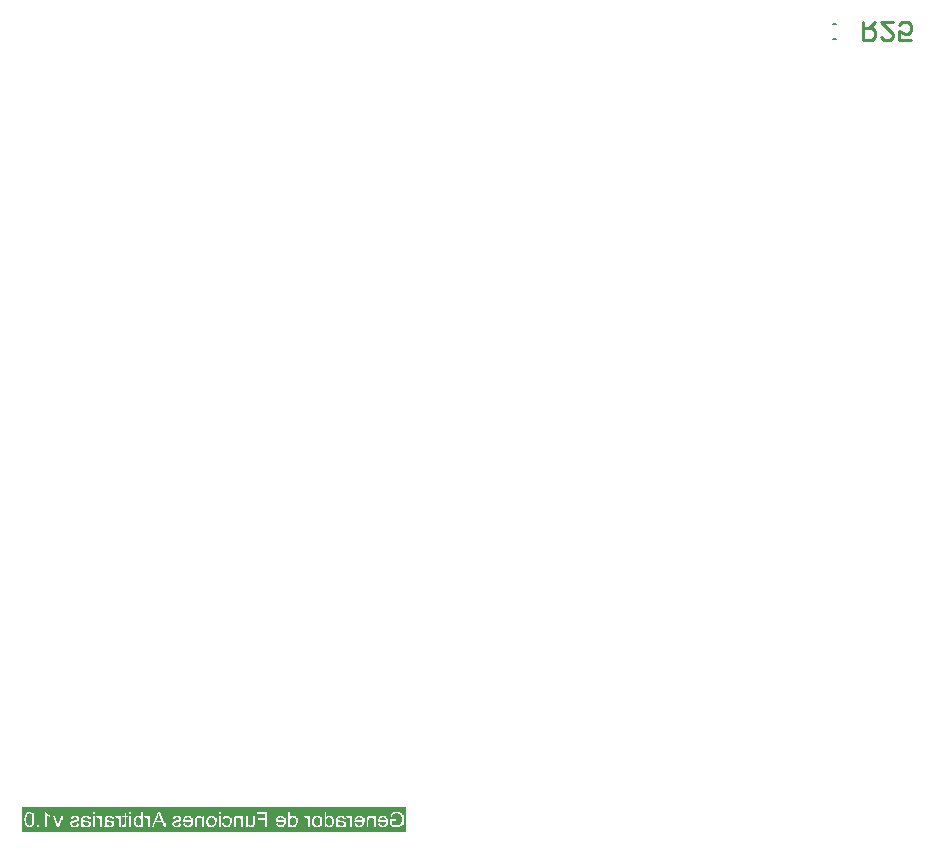
<source format=gbo>
%FSTAX23Y23*%
%MOIN*%
%SFA1B1*%

%IPPOS*%
%ADD10C,0.007870*%
%ADD17C,0.010000*%
%LNpcb_awg-1*%
%LPD*%
G36*
X02234Y00129D02*
Y00047D01*
X00954*
Y00129*
X02234*
G37*
%LNpcb_awg-2*%
%LPC*%
G36*
X01048Y00114D02*
D01*
Y00101*
X01048*
X01048Y00101*
X01048Y00101*
X01047Y00101*
X01047Y00102*
X01046Y00102*
X01045Y00102*
X01044Y00103*
X01042Y00104*
X01041Y00105*
X01039Y00107*
X01039Y00107*
X01039Y00107*
X01039Y00107*
X01038Y00108*
X01037Y00109*
X01036Y0011*
X01035Y00111*
X01034Y00112*
X01034Y00114*
X0103*
Y00063*
X01048*
Y00114*
G37*
G36*
X01305Y00112D02*
D01*
Y00099*
X01301*
Y00108*
X01295Y00112*
Y00099*
X01288*
Y00095*
X01295*
Y00073*
Y00073*
Y00073*
Y00072*
X01294Y00072*
X01294Y00071*
X01294Y0007*
X01294Y0007*
X01294Y0007*
X01294Y00069*
X01294Y00069*
X01293Y00069*
X01293Y00068*
X01293Y00068*
X01292Y00068*
X01291Y00068*
X0129*
X0129Y00068*
X01289*
X01288Y00068*
X01287Y00063*
X01288*
X01288Y00063*
X01288Y00063*
X01289Y00063*
X0129Y00063*
X01291Y00062*
X01292Y00062*
X01287*
X01293*
X01293Y00062*
X01294Y00063*
X01295Y00063*
X01296Y00063*
X01297Y00063*
X01297Y00063*
X01298Y00063*
X01298Y00064*
X01298Y00064*
X01298Y00064*
X01299Y00065*
X01299Y00065*
X013Y00066*
X013Y00066*
Y00066*
X013Y00067*
X013Y00067*
X013Y00068*
X01301Y00069*
X01301Y00069*
X01301Y0007*
Y00071*
X01301Y00072*
Y00073*
Y00074*
Y00095*
X01305*
Y00062*
Y00112*
G37*
G36*
X01357Y00113D02*
X01325D01*
X0135*
Y00095*
X0135Y00095*
X0135Y00096*
X0135Y00096*
X0135Y00096*
X01349Y00096*
X01349Y00097*
X01348Y00098*
X01346Y00099*
X01345Y00099*
X01344Y001*
X01343Y001*
X01342Y001*
X01341Y001*
X0134*
X01339Y001*
X01339Y001*
X01338Y001*
X01336Y001*
X01335Y00099*
X01334Y00099*
X01334Y00099*
X01334Y00099*
X01333Y00098*
X01332Y00098*
X01332Y00097*
X01331Y00097*
X0133Y00096*
X01329Y00095*
X01329Y00095*
X01329Y00095*
X01329Y00094*
X01328Y00093*
X01328Y00093*
X01327Y00092*
X01327Y0009*
X01326Y00089*
X01326Y00089*
X01326Y00088*
X01326Y00088*
X01326Y00087*
X01325Y00086*
X01325Y00085*
X01325Y00083*
X01325Y00082*
Y00081*
X01325Y0008*
X01325Y00079*
X01325Y00078*
X01325Y00077*
X01326Y00076*
X01326Y00074*
X01327Y00073*
X01327Y00072*
X01328Y0007*
X01328Y00069*
X01329Y00068*
X0133Y00067*
X0133Y00067*
X0133Y00067*
X0133Y00067*
X01331Y00066*
X01331Y00066*
X01332Y00065*
X01332Y00065*
X01333Y00065*
X01335Y00064*
X01336Y00063*
X01337Y00062*
X01339Y00062*
X0134Y00062*
X01341Y00062*
X01342*
X01342Y00062*
X01343Y00062*
X01343Y00062*
X01345Y00063*
X01345Y00063*
X01346Y00063*
X01347Y00064*
X01348Y00064*
X01349Y00065*
X0135Y00066*
X0135Y00066*
X01351Y00067*
Y00063*
X01357*
Y00062*
Y00113*
G37*
G36*
X01689Y001D02*
D01*
Y00099*
X01684*
Y00094*
X01684Y00094*
X01684Y00094*
X01684Y00095*
X01683Y00095*
X01683Y00096*
X01682Y00096*
X01682Y00097*
X01681Y00097*
X0168Y00098*
X01679Y00098*
X01678Y00099*
X01677Y00099*
X01676Y001*
X01675Y001*
X01674Y001*
X01672Y001*
X01689*
X0166*
X01672*
X01671Y001*
X0167Y001*
X01669Y001*
X01668Y001*
X01667Y00099*
X01666Y00099*
X01666Y00099*
X01666Y00099*
X01665Y00099*
X01665Y00098*
X01664Y00098*
X01663Y00097*
X01663Y00097*
X01662Y00096*
X01662Y00096*
X01662Y00096*
X01662Y00095*
X01661Y00095*
X01661Y00094*
X01661Y00093*
X0166Y00092*
X0166Y00091*
Y00091*
X0166Y00091*
X0166Y00091*
X0166Y0009*
Y00089*
X0166Y00088*
X0166Y00087*
Y00063*
X01666*
Y00085*
Y00085*
Y00085*
Y00086*
Y00086*
X01666Y00087*
X01666Y00088*
X01666Y00089*
X01667Y0009*
X01667Y00091*
Y00091*
X01667Y00091*
X01667Y00091*
X01667Y00092*
X01668Y00092*
X01668Y00093*
X01669Y00093*
X01669Y00094*
X01669Y00094*
X0167Y00094*
X0167Y00094*
X01671Y00094*
X01671Y00094*
X01672Y00095*
X01673Y00095*
X01674Y00095*
X01674*
X01675Y00095*
X01676Y00095*
X01677Y00094*
X01678Y00094*
X01679Y00093*
X0168Y00092*
X01681Y00092*
X01681Y00092*
X01681Y00091*
X01682Y00091*
X01682Y0009*
X01682Y0009*
X01682Y00089*
X01683Y00088*
X01683Y00087*
X01683Y00086*
X01683Y00085*
X01683Y00084*
Y00083*
Y00063*
X01689*
Y001*
G37*
G36*
X0156D02*
D01*
Y00099*
X01555*
Y00094*
X01555Y00094*
X01554Y00094*
X01554Y00095*
X01554Y00095*
X01553Y00096*
X01553Y00096*
X01552Y00097*
X01552Y00097*
X01551Y00098*
X0155Y00098*
X01549Y00099*
X01548Y00099*
X01547Y001*
X01546Y001*
X01544Y001*
X01543Y001*
X0156*
X01531*
X01542*
X01542Y001*
X01541Y001*
X0154Y001*
X01539Y001*
X01538Y00099*
X01537Y00099*
X01537Y00099*
X01537Y00099*
X01536Y00099*
X01535Y00098*
X01535Y00098*
X01534Y00097*
X01533Y00097*
X01533Y00096*
X01533Y00096*
X01533Y00096*
X01532Y00095*
X01532Y00095*
X01532Y00094*
X01531Y00093*
X01531Y00092*
X01531Y00091*
Y00091*
X01531Y00091*
X01531Y00091*
X01531Y0009*
Y00089*
X01531Y00088*
X01531Y00087*
Y00063*
X01537*
Y00085*
Y00085*
Y00085*
Y00086*
Y00086*
X01537Y00087*
X01537Y00088*
X01537Y00089*
X01537Y0009*
X01538Y00091*
Y00091*
X01538Y00091*
X01538Y00091*
X01538Y00092*
X01538Y00092*
X01539Y00093*
X01539Y00093*
X0154Y00094*
X0154Y00094*
X0154Y00094*
X01541Y00094*
X01541Y00094*
X01542Y00094*
X01543Y00095*
X01543Y00095*
X01544Y00095*
X01545*
X01546Y00095*
X01547Y00095*
X01548Y00094*
X01549Y00094*
X0155Y00093*
X01551Y00092*
X01551Y00092*
X01552Y00092*
X01552Y00091*
X01552Y00091*
X01553Y0009*
X01553Y0009*
X01553Y00089*
X01553Y00088*
X01554Y00087*
X01554Y00086*
X01554Y00085*
X01554Y00084*
Y00083*
Y00063*
X0156*
Y001*
G37*
G36*
X02054D02*
D01*
Y00099*
X02048*
Y00094*
X02048Y00094*
X02048Y00095*
X02047Y00095*
X02047Y00096*
X02046Y00097*
X02045Y00098*
X02045Y00098*
X02044Y00099*
X02044Y00099*
X02044Y00099*
X02043Y00099*
X02043Y001*
X02042Y001*
X02042Y001*
X02041Y001*
X0204Y001*
X02054*
X0204*
X02039Y001*
X02038Y001*
X02037Y001*
X02036Y00099*
X02035Y00099*
X02034Y00098*
X02036Y00093*
X02036Y00093*
X02036Y00093*
X02037Y00093*
X02037Y00093*
X02038Y00093*
X02039Y00094*
X0204Y00094*
X0204Y00094*
X02041*
X02041Y00094*
X02042Y00094*
X02042Y00094*
X02043Y00093*
X02043Y00093*
X02044Y00093*
X02044Y00093*
X02044Y00092*
X02045Y00092*
X02045Y00092*
X02045Y00091*
X02046Y00091*
X02046Y0009*
X02046Y00089*
X02046Y00089*
X02046Y00089*
X02047Y00088*
X02047Y00087*
X02047Y00086*
X02047Y00085*
X02047Y00083*
X02047Y00082*
Y00063*
X02054*
Y001*
G37*
G36*
X01913D02*
D01*
Y00099*
X01907*
Y00094*
X01907Y00094*
X01907Y00094*
X01906Y00095*
X01906Y00096*
X01905Y00097*
X01904Y00098*
X01904Y00098*
X01903Y00099*
X01903Y00099*
X01903Y00099*
X01902Y00099*
X01902Y001*
X01901Y001*
X01901Y001*
X019Y001*
X01899Y001*
X01913*
X01899*
X01898Y001*
X01897Y001*
X01896Y001*
X01895Y00099*
X01894Y00099*
X01893Y00098*
X01895Y00093*
X01895Y00093*
X01895Y00093*
X01896Y00093*
X01896Y00093*
X01897Y00093*
X01898Y00094*
X01899Y00094*
X019Y00094*
X019*
X019Y00094*
X01901Y00094*
X01901Y00094*
X01902Y00093*
X01903Y00093*
X01903Y00093*
X01903Y00093*
X01903Y00092*
X01904Y00092*
X01904Y00092*
X01904Y00091*
X01905Y00091*
X01905Y0009*
X01905Y00089*
X01905Y00089*
X01906Y00089*
X01906Y00088*
X01906Y00087*
X01906Y00086*
X01906Y00085*
X01906Y00083*
X01906Y00082*
Y00063*
X01913*
Y001*
G37*
G36*
X0138D02*
D01*
Y00099*
X01374*
Y00094*
X01374Y00094*
X01374Y00094*
X01374Y00095*
X01373Y00096*
X01373Y00097*
X01372Y00098*
X01371Y00098*
X01371Y00099*
X01371Y00099*
X0137Y00099*
X0137Y00099*
X01369Y001*
X01369Y001*
X01368Y001*
X01367Y001*
X01367Y001*
X0138*
X01366*
X01365Y001*
X01365Y001*
X01364Y001*
X01363Y00099*
X01361Y00099*
X0136Y00098*
X01362Y00093*
X01363Y00093*
X01363Y00093*
X01363Y00093*
X01364Y00093*
X01365Y00093*
X01365Y00094*
X01366Y00094*
X01367Y00094*
X01367*
X01368Y00094*
X01368Y00094*
X01369Y00094*
X01369Y00093*
X0137Y00093*
X01371Y00093*
X01371Y00093*
X01371Y00092*
X01371Y00092*
X01371Y00092*
X01372Y00091*
X01372Y00091*
X01373Y0009*
X01373Y00089*
X01373Y00089*
X01373Y00089*
X01373Y00088*
X01373Y00087*
X01374Y00086*
X01374Y00085*
X01374Y00083*
X01374Y00082*
Y00063*
X0138*
Y001*
G37*
G36*
X01282D02*
D01*
Y00099*
X01277*
Y00094*
X01277Y00094*
X01276Y00094*
X01276Y00095*
X01275Y00096*
X01275Y00097*
X01274Y00098*
X01273Y00098*
X01273Y00099*
X01273Y00099*
X01272Y00099*
X01272Y00099*
X01272Y001*
X01271Y001*
X0127Y001*
X0127Y001*
X01269Y001*
X01268*
X01268Y001*
X01267Y001*
X01266Y001*
X01265Y00099*
X01264Y00099*
X01262Y00098*
X01265Y00093*
X01265Y00093*
X01265Y00093*
X01265Y00093*
X01266Y00093*
X01267Y00093*
X01267Y00094*
X01268Y00094*
X01269Y00094*
X01269*
X0127Y00094*
X0127Y00094*
X01271Y00094*
X01272Y00093*
X01272Y00093*
X01273Y00093*
X01273Y00093*
X01273Y00092*
X01273Y00092*
X01274Y00092*
X01274Y00091*
X01274Y00091*
X01275Y0009*
X01275Y00089*
X01275Y00089*
X01275Y00089*
X01275Y00088*
X01275Y00087*
X01276Y00086*
X01276Y00085*
X01276Y00083*
X01276Y00082*
Y00063*
X01262*
X01282*
Y001*
G37*
G36*
X0122D02*
D01*
Y00099*
X01214*
Y00094*
X01214Y00094*
X01214Y00094*
X01213Y00095*
X01213Y00096*
X01212Y00097*
X01211Y00098*
X01211Y00098*
X0121Y00099*
X0121Y00099*
X0121Y00099*
X01209Y00099*
X01209Y001*
X01208Y001*
X01208Y001*
X01207Y001*
X01206Y001*
X0122*
X012*
X01206*
X01205Y001*
X01204Y001*
X01203Y001*
X01202Y00099*
X01201Y00099*
X012Y00098*
X01202Y00093*
X01202Y00093*
X01202Y00093*
X01203Y00093*
X01203Y00093*
X01204Y00093*
X01205Y00094*
X01206Y00094*
X01207Y00094*
X01207*
X01207Y00094*
X01208Y00094*
X01208Y00094*
X01209Y00093*
X0121Y00093*
X0121Y00093*
X0121Y00093*
X0121Y00092*
X01211Y00092*
X01211Y00092*
X01211Y00091*
X01212Y00091*
X01212Y0009*
X01212Y00089*
X01212Y00089*
X01213Y00089*
X01213Y00088*
X01213Y00087*
X01213Y00086*
X01213Y00085*
X01213Y00083*
X01213Y00082*
Y00063*
X0122*
Y001*
G37*
G36*
X00994Y00114D02*
D01*
Y00089*
X00994Y0009*
Y00091*
X00994Y00092*
X00994Y00093*
X00994Y00095*
X00993Y00098*
X00993Y001*
X00993Y00101*
X00992Y00102*
Y00102*
X00992Y00102*
X00992Y00103*
X00992Y00103*
X00992Y00103*
X00992Y00104*
X00991Y00105*
X0099Y00107*
X00989Y00108*
X00988Y00109*
X00987Y00111*
X00987*
X00987Y00111*
X00987Y00111*
X00986Y00111*
X00986Y00111*
X00984Y00112*
X00983Y00113*
X00982Y00113*
X0098Y00113*
X00978Y00114*
X00961*
X00977*
X00976Y00113*
X00975Y00113*
X00974Y00113*
X00973Y00113*
X00972Y00112*
X00971Y00112*
X00971Y00112*
X0097Y00112*
X0097Y00111*
X00969Y00111*
X00968Y0011*
X00967Y00109*
X00966Y00108*
X00966Y00107*
X00966Y00107*
X00965Y00107*
X00965Y00106*
X00965Y00105*
X00964Y00104*
X00964Y00103*
X00963Y00101*
X00963Y001*
Y001*
X00962Y00099*
Y00099*
X00962Y00099*
X00962Y00098*
X00962Y00098*
X00962Y00097*
X00962Y00096*
X00962Y00096*
X00962Y00095*
X00962Y00094*
X00962Y00093*
X00961Y00092*
Y0009*
X00961Y00088*
Y00086*
X00961Y00086*
Y00085*
X00962Y00084*
X00962Y00083*
X00962Y0008*
X00962Y00078*
X00963Y00076*
X00963Y00074*
X00963Y00073*
Y00073*
X00963Y00073*
X00963Y00073*
X00964Y00072*
X00964Y00072*
X00964Y00072*
X00965Y0007*
X00965Y00069*
X00966Y00068*
X00967Y00066*
X00969Y00065*
X00969*
X00969Y00065*
X00969Y00065*
X00969Y00064*
X0097Y00064*
X00971Y00063*
X00972Y00063*
X00974Y00062*
X00976Y00062*
X00978Y00062*
X00961*
X00994*
Y00114*
G37*
G36*
X02227Y00114D02*
Y00089D01*
X02227Y00089*
Y0009*
X02226Y00091*
X02226Y00091*
X02226Y00092*
X02226Y00094*
X02225Y00097*
X02225Y00099*
X02224Y00102*
Y00102*
X02223Y00102*
X02223Y00102*
X02223Y00103*
X02223Y00103*
X02222Y00104*
X02221Y00105*
X0222Y00107*
X02219Y00108*
X02217Y0011*
X02216Y0011*
X02215Y00111*
X02215*
X02214Y00111*
X02214Y00111*
X02214Y00111*
X02213Y00112*
X02213Y00112*
X02212Y00112*
X02211Y00113*
X0221Y00113*
X02209Y00113*
X02207Y00114*
X02204Y00114*
X02201Y00114*
X02201*
X022Y00114*
X02199*
X02198Y00114*
X02197Y00114*
X02195Y00113*
X02193Y00113*
X02192Y00112*
X02192*
X02191Y00112*
X02191Y00112*
X02191Y00112*
X0219Y00112*
X02189Y00111*
X02188Y0011*
X02187Y00109*
X02186Y00109*
X02185Y00107*
X02185Y00107*
X02184Y00107*
X02184Y00106*
X02183Y00105*
X02183Y00104*
X02182Y00103*
X02181Y00101*
X02181Y00099*
X02187Y00097*
Y00098*
X02187Y00098*
X02187Y00098*
X02187Y00099*
X02188Y001*
X02188Y00101*
X02188Y00102*
X02189Y00103*
X0219Y00104*
X0219Y00104*
X0219Y00104*
X0219Y00104*
X02191Y00105*
X02192Y00105*
X02192Y00106*
X02193Y00107*
X02194Y00107*
X02195Y00107*
X02195Y00107*
X02196Y00108*
X02197Y00108*
X02198Y00108*
X02199Y00108*
X022Y00108*
X02201Y00108*
X02202*
X02203Y00108*
X02204Y00108*
X02205Y00108*
X02207Y00108*
X02208Y00107*
X02209Y00107*
X02209Y00107*
X0221Y00107*
X0221Y00106*
X02211Y00106*
X02212Y00105*
X02213Y00105*
X02214Y00104*
X02215Y00103*
X02215Y00103*
X02215Y00103*
X02215Y00102*
X02216Y00102*
X02216Y00101*
X02217Y001*
X02217Y00099*
X02218Y00098*
Y00098*
X02218Y00098*
X02218Y00098*
X02218Y00097*
X02218Y00097*
X02218Y00097*
X02219Y00095*
X02219Y00094*
X02219Y00092*
X0222Y0009*
X0222Y00088*
Y00088*
Y00088*
Y00088*
X0222Y00087*
Y00087*
X0222Y00086*
X02219Y00085*
X02219Y00084*
X02219Y00082*
X02219Y00081*
X02218Y00079*
X02217Y00077*
Y00077*
X02217Y00077*
X02217Y00076*
X02217Y00076*
X02216Y00075*
X02216Y00074*
X02215Y00073*
X02214Y00072*
X02212Y00071*
X02211Y0007*
X02211*
X02211Y0007*
X0221Y0007*
X0221Y0007*
X0221Y0007*
X02209Y00069*
X02208Y00069*
X02206Y00069*
X02205Y00068*
X02203Y00068*
X02201Y00068*
X02201*
X022Y00068*
X02199Y00068*
X02197Y00068*
X02196Y00069*
X02194Y00069*
X02193Y0007*
X02193*
X02193Y0007*
X02192Y0007*
X02192Y0007*
X02191Y0007*
X0219Y00071*
X02189Y00071*
X02188Y00072*
X02187Y00072*
X02187Y00073*
Y00083*
X02201*
Y00089*
X0218*
Y0007*
X0218Y0007*
X0218Y0007*
X0218Y00069*
X02181Y00069*
X02181Y00069*
X02182Y00069*
X02183Y00068*
X02185Y00067*
X02186Y00066*
X02188Y00065*
X0219Y00064*
X0219*
X0219Y00064*
X02191Y00064*
X02191Y00064*
X02192Y00063*
X02192Y00063*
X02193Y00063*
X02194Y00063*
X02195Y00063*
X02197Y00062*
X02199Y00062*
X02201Y00062*
X02202*
X02202Y00062*
X02203*
X02204Y00062*
X02204Y00062*
X02205Y00062*
X02208Y00063*
X0221Y00063*
X02212Y00064*
X02214Y00065*
X02214Y00065*
X02215Y00065*
X02215Y00065*
X02215Y00066*
X02216Y00066*
X02216Y00066*
X02218Y00067*
X02219Y00069*
X02221Y0007*
X02222Y00072*
X02224Y00074*
Y00074*
X02224Y00075*
X02224Y00075*
X02224Y00075*
X02224Y00076*
X02225Y00077*
X02225Y00077*
X02225Y00078*
X02225Y00079*
X02226Y0008*
X02226Y00083*
X02226Y00085*
X02227Y00088*
Y00062*
Y00114*
G37*
G36*
X02032Y001D02*
D01*
Y00073*
X02032Y00073*
X02032Y00074*
X02032Y00075*
X02032Y00076*
X02031Y00077*
X02031Y00077*
X02031Y00077*
X02031Y00078*
X02031Y00078*
X0203Y00079*
X0203Y00079*
X02029Y0008*
X02028Y0008*
X02028Y00081*
X02028Y00081*
X02027Y00081*
X02027Y00081*
X02026Y00082*
X02026Y00082*
X02025Y00082*
X02024Y00083*
X02023Y00083*
X02023*
X02023Y00083*
X02023Y00083*
X02022Y00083*
X02021Y00083*
X0202Y00084*
X02019Y00084*
X02018Y00084*
X02018*
X02018Y00084*
X02017*
X02017Y00084*
X02016Y00084*
X02015Y00084*
X02014Y00085*
X02012Y00085*
X0201Y00085*
X02008Y00086*
X02007Y00086*
X02007Y00086*
Y00086*
Y00086*
X02007Y00087*
Y00087*
Y00088*
Y00088*
Y00088*
Y00088*
Y00088*
X02007Y00089*
X02007Y0009*
X02007Y00091*
X02007Y00092*
X02008Y00092*
X02008Y00093*
X02009Y00093*
X02009Y00093*
X02009Y00094*
X0201Y00094*
X02011Y00094*
X02012Y00095*
X02014Y00095*
X02016Y00095*
X02016*
X02017Y00095*
X02018Y00095*
X02019Y00095*
X0202Y00095*
X02021Y00094*
X02022Y00094*
X02022Y00094*
X02022Y00093*
X02023Y00093*
X02023Y00092*
X02024Y00092*
X02024Y00091*
X02025Y0009*
X02025Y00088*
X02031Y00089*
Y00089*
X02031Y00089*
X02031Y0009*
X02031Y0009*
X0203Y00091*
X0203Y00092*
X0203Y00093*
X02029Y00094*
X02028Y00095*
X02028Y00095*
X02028Y00096*
X02028Y00096*
X02027Y00097*
X02026Y00097*
X02025Y00098*
X02024Y00098*
X02023Y00099*
X02023*
X02023Y00099*
X02023Y00099*
X02022Y00099*
X02022Y00099*
X02021Y001*
X02019Y001*
X02018Y001*
X02016Y001*
X02015Y001*
X02032*
X01999*
X02014*
X02013Y001*
X02012Y001*
X02011Y001*
X02009Y001*
X02008Y00099*
X02007Y00099*
X02007Y00099*
X02007Y00099*
X02006Y00099*
X02005Y00098*
X02005Y00098*
X02004Y00097*
X02003Y00097*
X02003Y00096*
X02003Y00096*
X02003Y00096*
X02002Y00096*
X02002Y00095*
X02002Y00095*
X02001Y00094*
X02001Y00093*
X02001Y00092*
Y00092*
X02001Y00092*
X02001Y00091*
X02001Y00091*
Y0009*
X02001Y00089*
X02Y00088*
Y00086*
Y00078*
Y00078*
Y00078*
Y00077*
Y00077*
Y00076*
Y00075*
X02Y00074*
Y00072*
X02Y0007*
X02Y00069*
Y00068*
X02Y00068*
X02Y00067*
Y00067*
X02Y00067*
X02Y00066*
X02Y00066*
X02Y00065*
X01999Y00064*
X01999Y00063*
X02005*
X02005Y00063*
X02005Y00063*
X02005Y00064*
X02006Y00064*
X02006Y00065*
X02006Y00066*
X02006Y00066*
X02006Y00067*
X02006Y00067*
X02007Y00067*
X02007Y00066*
X02008Y00066*
X02009Y00065*
X02011Y00064*
X02012Y00064*
X02013Y00063*
X02013Y00063*
X02013Y00063*
X02014Y00063*
X02015Y00063*
X02016Y00062*
X02017Y00062*
X02018Y00062*
X0202Y00062*
X0202*
X02021Y00062*
X02021*
X02022Y00062*
X02023Y00062*
X02025Y00063*
X02026Y00063*
X02028Y00064*
X02029Y00065*
X02029Y00065*
X02029Y00065*
X0203Y00066*
X02031Y00067*
X02031Y00068*
X02032Y00069*
X02032Y00071*
X02032Y00072*
Y00062*
Y001*
G37*
G36*
X01261D02*
D01*
Y00073*
X01261Y00073*
X01261Y00074*
X01261Y00075*
X0126Y00076*
X0126Y00077*
X0126Y00077*
X0126Y00077*
X01259Y00078*
X01259Y00078*
X01259Y00079*
X01258Y00079*
X01258Y0008*
X01257Y0008*
X01256Y00081*
X01256Y00081*
X01256Y00081*
X01256Y00081*
X01255Y00082*
X01254Y00082*
X01254Y00082*
X01253Y00083*
X01252Y00083*
X01252*
X01252Y00083*
X01251Y00083*
X01251Y00083*
X0125Y00083*
X01249Y00084*
X01248Y00084*
X01247Y00084*
X01246*
X01246Y00084*
X01246*
X01245Y00084*
X01245Y00084*
X01244Y00084*
X01242Y00085*
X01241Y00085*
X01239Y00085*
X01237Y00086*
X01236Y00086*
X01235Y00086*
Y00086*
Y00086*
X01235Y00087*
Y00087*
Y00088*
Y00088*
Y00088*
Y00088*
Y00088*
X01235Y00089*
X01236Y0009*
X01236Y00091*
X01236Y00092*
X01237Y00092*
X01237Y00093*
X01237Y00093*
X01238Y00093*
X01238Y00094*
X01239Y00094*
X0124Y00094*
X01241Y00095*
X01243Y00095*
X01244Y00095*
X01245*
X01246Y00095*
X01247Y00095*
X01248Y00095*
X01249Y00094*
X0125Y00094*
X01251Y00094*
X01251Y00094*
X01251Y00093*
X01251Y00093*
X01252Y00092*
X01252Y00092*
X01253Y00091*
X01253Y0009*
X01254Y00088*
X0126Y00089*
Y00089*
X0126Y00089*
X0126Y0009*
X01259Y0009*
X01259Y00091*
X01259Y00092*
X01258Y00093*
X01258Y00094*
X01257Y00095*
X01257Y00095*
X01257Y00096*
X01256Y00096*
X01256Y00097*
X01255Y00097*
X01254Y00098*
X01253Y00098*
X01252Y00099*
X01252*
X01252Y00099*
X01251Y00099*
X01251Y00099*
X0125Y00099*
X01249Y001*
X01248Y001*
X01247Y001*
X01245Y001*
X01243Y001*
X01243*
X01242Y001*
X01241Y001*
X01239Y001*
X01238Y001*
X01237Y00099*
X01236Y00099*
X01236Y00099*
X01235Y00099*
X01235Y00099*
X01234Y00098*
X01233Y00098*
X01233Y00097*
X01232Y00097*
X01231Y00096*
X01231Y00096*
X01231Y00096*
X01231Y00096*
X01231Y00095*
X0123Y00095*
X0123Y00094*
X0123Y00093*
X0123Y00092*
Y00092*
X01229Y00092*
X01229Y00091*
X01229Y00091*
Y0009*
X01229Y00089*
X01229Y00088*
Y00086*
Y00078*
Y00078*
Y00078*
Y00077*
Y00077*
Y00076*
Y00075*
X01229Y00074*
Y00072*
X01229Y0007*
X01229Y00069*
Y00068*
X01229Y00068*
X01229Y00067*
Y00067*
X01229Y00067*
X01229Y00066*
X01228Y00066*
X01228Y00065*
X01228Y00064*
X01227Y00063*
X01234*
X01234Y00063*
X01234Y00063*
X01234Y00064*
X01234Y00064*
X01234Y00065*
X01235Y00066*
X01235Y00066*
X01235Y00067*
X01235Y00067*
X01236Y00067*
X01236Y00066*
X01237Y00066*
X01238Y00065*
X01239Y00064*
X0124Y00064*
X01242Y00063*
X01242Y00063*
X01242Y00063*
X01243Y00063*
X01244Y00063*
X01245Y00062*
X01246Y00062*
X01247Y00062*
X01248Y00062*
X01227*
X01261*
Y001*
G37*
G36*
X01183D02*
D01*
Y00073*
X01183Y00073*
X01182Y00074*
X01182Y00075*
X01182Y00076*
X01182Y00077*
X01181Y00077*
X01181Y00077*
X01181Y00078*
X01181Y00078*
X01181Y00079*
X0118Y00079*
X0118Y0008*
X01179Y0008*
X01178Y00081*
X01178Y00081*
X01178Y00081*
X01177Y00081*
X01177Y00082*
X01176Y00082*
X01176Y00082*
X01175Y00083*
X01174Y00083*
X01174*
X01173Y00083*
X01173Y00083*
X01172Y00083*
X01172Y00083*
X01171Y00084*
X0117Y00084*
X01168Y00084*
X01168*
X01168Y00084*
X01168*
X01167Y00084*
X01166Y00084*
X01166Y00084*
X01164Y00085*
X01162Y00085*
X0116Y00085*
X01159Y00086*
X01158Y00086*
X01157Y00086*
Y00086*
Y00086*
X01157Y00087*
Y00087*
Y00088*
Y00088*
Y00088*
Y00088*
Y00088*
X01157Y00089*
X01157Y0009*
X01158Y00091*
X01158Y00092*
X01158Y00092*
X01159Y00093*
X01159Y00093*
X01159Y00093*
X0116Y00094*
X01161Y00094*
X01162Y00094*
X01163Y00095*
X01164Y00095*
X01166Y00095*
X01167*
X01167Y00095*
X01168Y00095*
X01169Y00095*
X0117Y00094*
X01172Y00094*
X01172Y00094*
X01172Y00094*
X01173Y00093*
X01173Y00093*
X01174Y00092*
X01174Y00092*
X01175Y00091*
X01175Y0009*
X01175Y00088*
X01182Y00089*
Y00089*
X01181Y00089*
X01181Y0009*
X01181Y0009*
X01181Y00091*
X01181Y00092*
X0118Y00093*
X0118Y00094*
X01179Y00095*
X01179Y00095*
X01178Y00096*
X01178Y00096*
X01177Y00097*
X01177Y00097*
X01176Y00098*
X01175Y00098*
X01173Y00099*
X01173*
X01173Y00099*
X01173Y00099*
X01173Y00099*
X01172Y00099*
X01171Y001*
X0117Y001*
X01168Y001*
X01167Y001*
X01165Y001*
X01164*
X01163Y001*
X01162Y001*
X01161Y001*
X0116Y001*
X01159Y00099*
X01157Y00099*
X01157Y00099*
X01157Y00099*
X01157Y00099*
X01156Y00098*
X01155Y00098*
X01154Y00097*
X01154Y00097*
X01153Y00096*
X01153Y00096*
X01153Y00096*
X01153Y00096*
X01152Y00095*
X01152Y00095*
X01152Y00094*
X01152Y00093*
X01151Y00092*
Y00092*
X01151Y00092*
X01151Y00091*
X01151Y00091*
Y0009*
X01151Y00089*
X01151Y00088*
Y00086*
Y00078*
Y00078*
Y00078*
Y00077*
Y00077*
Y00076*
Y00075*
X01151Y00074*
Y00072*
X01151Y0007*
X01151Y00069*
Y00068*
X01151Y00068*
X01151Y00067*
Y00067*
X0115Y00067*
X0115Y00066*
X0115Y00066*
X0115Y00065*
X0115Y00064*
X01149Y00063*
X01155*
X01156Y00063*
X01156Y00063*
X01156Y00064*
X01156Y00064*
X01156Y00065*
X01156Y00066*
X01157Y00066*
X01157Y00067*
X01157Y00067*
X01157Y00067*
X01158Y00066*
X01159Y00066*
X0116Y00065*
X01161Y00064*
X01162Y00064*
X01163Y00063*
X01163Y00063*
X01164Y00063*
X01164Y00063*
X01165Y00063*
X01166Y00062*
X01168Y00062*
X01169Y00062*
X0117Y00062*
X01149*
X01183*
Y001*
G37*
G36*
X01993Y00113D02*
D01*
Y00082*
X01993Y00082*
Y00083*
X01993Y00084*
X01993Y00086*
X01992Y00088*
X01992Y00089*
X01991Y00091*
Y00091*
X01991Y00091*
X01991Y00091*
X01991Y00092*
X01991Y00093*
X0199Y00094*
X01989Y00095*
X01988Y00096*
X01987Y00097*
X01986Y00098*
X01986*
X01986Y00098*
X01985Y00098*
X01985Y00099*
X01984Y00099*
X01982Y00099*
X01981Y001*
X01979Y001*
X01978Y001*
X01977*
X01977Y001*
X01976Y001*
X01975Y001*
X01974Y001*
X01973Y00099*
X01972Y00099*
X01972Y00099*
X01972Y00099*
X01971Y00098*
X0197Y00098*
X0197Y00097*
X01969Y00097*
X01968Y00096*
X01968Y00095*
Y00113*
X01993*
X01962*
Y00063*
X01967*
Y00067*
X01967Y00067*
X01967Y00067*
X01968Y00067*
X01968Y00067*
X01968Y00066*
X01969Y00066*
X01969Y00065*
X0197Y00065*
X01971Y00064*
X01971Y00064*
X01972Y00063*
X01973Y00063*
X01974Y00062*
X01975Y00062*
X01976Y00062*
X01977Y00062*
X01993*
Y00113*
G37*
G36*
X01872D02*
D01*
Y00082*
X01872Y00082*
Y00083*
X01872Y00084*
X01871Y00086*
X01871Y00088*
X01871Y00089*
X0187Y00091*
Y00091*
X0187Y00091*
X0187Y00091*
X0187Y00092*
X01869Y00093*
X01869Y00094*
X01868Y00095*
X01867Y00096*
X01866Y00097*
X01865Y00098*
X01865*
X01864Y00098*
X01864Y00098*
X01863Y00099*
X01862Y00099*
X01861Y00099*
X0186Y001*
X01858Y001*
X01856Y001*
X01856*
X01855Y001*
X01854Y001*
X01854Y001*
X01853Y001*
X01852Y00099*
X01851Y00099*
X0185Y00099*
X0185Y00099*
X0185Y00098*
X01849Y00098*
X01848Y00097*
X01848Y00097*
X01847Y00096*
X01846Y00095*
Y00113*
X01872*
X0184*
Y00063*
X01846*
Y00067*
X01846Y00067*
X01846Y00067*
X01846Y00067*
X01847Y00067*
X01847Y00066*
X01847Y00066*
X01848Y00065*
X01849Y00065*
X01849Y00064*
X0185Y00064*
X01851Y00063*
X01852Y00063*
X01853Y00062*
X01854Y00062*
X01855Y00062*
X01856Y00062*
X01872*
Y00113*
G37*
G36*
X01652Y001D02*
D01*
Y00082*
X01652Y00083*
Y00083*
X01652Y00085*
X01652Y00086*
X01651Y00088*
X01651Y0009*
X0165Y00091*
Y00091*
X0165Y00092*
X0165Y00092*
X0165Y00092*
X01649Y00093*
X01649Y00094*
X01648Y00095*
X01647Y00096*
X01646Y00097*
X01644Y00098*
X01644*
X01644Y00098*
X01644Y00098*
X01644Y00098*
X01643Y00099*
X01642Y00099*
X0164Y001*
X01639Y001*
X01637Y001*
X01636Y001*
X01635*
X01635Y001*
X01634*
X01634Y001*
X01632Y001*
X01631Y00099*
X01629Y00099*
X01627Y00098*
X01626Y00097*
X01626*
X01626Y00097*
X01625Y00097*
X01625Y00096*
X01624Y00095*
X01623Y00094*
X01622Y00092*
X01622Y00091*
X01621Y00089*
X01627Y00088*
Y00088*
X01627Y00088*
X01627Y00088*
X01627Y00089*
X01628Y0009*
X01628Y00091*
X01629Y00092*
X01629Y00093*
X0163Y00093*
X0163Y00093*
X0163Y00094*
X01631Y00094*
X01632Y00094*
X01632Y00095*
X01633Y00095*
X01634Y00095*
X01635Y00095*
X01636*
X01636Y00095*
X01637Y00095*
X01638Y00095*
X01639Y00094*
X0164Y00094*
X01642Y00093*
X01642Y00092*
X01643Y00092*
X01643Y00092*
X01643Y00091*
X01643Y00091*
X01644Y00091*
X01644Y0009*
X01644Y0009*
X01644Y00089*
X01645Y00089*
X01645Y00088*
X01645Y00087*
X01645Y00086*
X01645Y00085*
X01646Y00084*
X01646Y00082*
Y00081*
Y00081*
Y00081*
Y0008*
X01646Y0008*
Y00079*
X01646Y00079*
X01645Y00077*
X01645Y00075*
X01645Y00073*
X01644Y00072*
X01643Y00071*
X01643Y0007*
X01643Y0007*
X01642Y0007*
X01642Y00069*
X01641Y00069*
X0164Y00068*
X01639Y00068*
X01637Y00067*
X01637Y00067*
X01636Y00067*
X01635*
X01634Y00067*
X01634Y00067*
X01633Y00068*
X01632Y00068*
X01631Y00069*
X0163Y00069*
X0163Y00069*
X01629Y0007*
X01629Y0007*
X01628Y00071*
X01628Y00072*
X01627Y00073*
X01627Y00075*
X01626Y00076*
X0162Y00075*
Y00075*
X0162Y00075*
X01621Y00075*
X01621Y00074*
X01621Y00074*
X01621Y00073*
X01621Y00072*
X01622Y0007*
X01623Y00069*
X01624Y00067*
X01626Y00066*
X01626*
X01626Y00065*
X01626Y00065*
X01626Y00065*
X01627Y00065*
X01627Y00064*
X01628Y00064*
X0163Y00063*
X01632Y00063*
X01633Y00062*
X01635Y00062*
X01636Y00062*
X0162*
X01652*
Y001*
G37*
G36*
X02095D02*
D01*
Y00082*
X02095Y00082*
X02095Y00083*
X02094Y00084*
X02094Y00085*
X02094Y00086*
X02094Y00088*
X02093Y0009*
X02093Y00091*
X02092Y00092*
X02092Y00093*
X02091Y00094*
X0209Y00095*
X0209Y00095*
X0209Y00095*
X0209Y00096*
X02089Y00096*
X02089Y00096*
X02088Y00097*
X02087Y00097*
X02087Y00098*
X02086Y00098*
X02085Y00099*
X02084Y00099*
X02083Y00099*
X02082Y001*
X0208Y001*
X02079Y001*
X02078Y001*
X02061*
X02077*
X02076Y001*
X02076Y001*
X02075Y001*
X02074Y001*
X02073Y001*
X02072Y00099*
X02071Y00099*
X0207Y00098*
X02069Y00098*
X02068Y00097*
X02067Y00096*
X02066Y00095*
X02066Y00095*
X02066Y00095*
X02065Y00095*
X02065Y00094*
X02065Y00094*
X02064Y00093*
X02064Y00092*
X02063Y00092*
X02063Y00091*
X02063Y0009*
X02062Y00088*
X02062Y00087*
X02062Y00086*
X02061Y00084*
X02061Y00083*
X02061Y00081*
Y0008*
X02061Y0008*
X02088*
Y00079*
Y00079*
X02088Y00079*
Y00079*
X02088Y00078*
X02088Y00077*
X02088Y00076*
X02087Y00075*
X02087Y00073*
X02086Y00072*
X02085Y0007*
X02085Y0007*
X02084Y0007*
X02084Y00069*
X02083Y00069*
X02082Y00068*
X0208Y00068*
X02079Y00067*
X02077Y00067*
X02077*
X02076Y00067*
X02075Y00067*
X02074Y00068*
X02073Y00068*
X02072Y00068*
X02071Y00069*
X02071Y00069*
X02071Y00069*
X02071Y0007*
X0207Y0007*
X02069Y00071*
X02069Y00072*
X02068Y00073*
X02068Y00075*
X02061Y00074*
Y00074*
X02061Y00074*
X02061Y00073*
X02062Y00073*
X02062Y00072*
X02062Y00072*
X02063Y00071*
X02063Y00069*
X02064Y00068*
X02066Y00066*
X02067Y00065*
X02067*
X02067Y00065*
X02067Y00065*
X02068Y00065*
X02068Y00064*
X02069Y00064*
X02069Y00064*
X0207Y00064*
X02071Y00063*
X02073Y00062*
X02075Y00062*
X02077Y00062*
X02095*
Y001*
G37*
G36*
X01832D02*
D01*
Y00082*
X01832Y00082*
X01832Y00083*
X01832Y00084*
X01832Y00085*
X01832Y00086*
X01831Y00088*
X01831Y0009*
X0183Y00091*
X0183Y00092*
X01829Y00093*
X01829Y00094*
X01828Y00095*
X01828Y00095*
X01828Y00095*
X01827Y00096*
X01827Y00096*
X01826Y00096*
X01826Y00097*
X01825Y00097*
X01824Y00098*
X01824Y00098*
X01823Y00099*
X01822Y00099*
X01821Y00099*
X01819Y001*
X01818Y001*
X01817Y001*
X01815Y001*
X01799*
X01815*
X01814Y001*
X01814Y001*
X01813Y001*
X01812Y001*
X01811Y001*
X01809Y00099*
X01808Y00099*
X01807Y00098*
X01806Y00098*
X01805Y00097*
X01804Y00096*
X01803Y00095*
X01803Y00095*
X01803Y00095*
X01803Y00095*
X01803Y00094*
X01802Y00094*
X01802Y00093*
X01802Y00092*
X01801Y00092*
X01801Y00091*
X018Y0009*
X018Y00088*
X01799Y00087*
X01799Y00086*
X01799Y00084*
X01799Y00083*
X01799Y00081*
Y0008*
X01799Y0008*
X01826*
Y00079*
Y00079*
X01826Y00079*
Y00079*
X01826Y00078*
X01826Y00077*
X01826Y00076*
X01825Y00075*
X01825Y00073*
X01824Y00072*
X01823Y0007*
X01823Y0007*
X01822Y0007*
X01821Y00069*
X01821Y00069*
X01819Y00068*
X01818Y00068*
X01817Y00067*
X01815Y00067*
X01814*
X01814Y00067*
X01813Y00067*
X01812Y00068*
X01811Y00068*
X0181Y00068*
X01809Y00069*
X01809Y00069*
X01809Y00069*
X01808Y0007*
X01808Y0007*
X01807Y00071*
X01807Y00072*
X01806Y00073*
X01805Y00075*
X01799Y00074*
Y00074*
X01799Y00074*
X01799Y00073*
X01799Y00073*
X01799Y00072*
X018Y00072*
X018Y00071*
X01801Y00069*
X01802Y00068*
X01803Y00066*
X01805Y00065*
X01805*
X01805Y00065*
X01805Y00065*
X01805Y00065*
X01806Y00064*
X01806Y00064*
X01807Y00064*
X01807Y00064*
X01809Y00063*
X01811Y00062*
X01813Y00062*
X01815Y00062*
X01832*
Y001*
G37*
G36*
X01523D02*
D01*
Y00082*
X01523Y00082*
X01523Y00083*
X01523Y00084*
X01523Y00085*
X01522Y00086*
X01522Y00088*
X01522Y0009*
X01521Y00091*
X01521Y00092*
X0152Y00093*
X01519Y00094*
X01518Y00095*
X01518Y00095*
X01518Y00095*
X01518Y00096*
X01518Y00096*
X01517Y00096*
X01516Y00097*
X01516Y00097*
X01515Y00098*
X01514Y00098*
X01513Y00099*
X01512Y00099*
X01511Y00099*
X0151Y001*
X01509Y001*
X01507Y001*
X01506Y001*
X01505*
X01505Y001*
X01504Y001*
X01503Y001*
X01503Y001*
X01502Y001*
X015Y00099*
X01499Y00099*
X01498Y00098*
X01497Y00098*
X01496Y00097*
X01495Y00096*
X01494Y00095*
X01494Y00095*
X01494Y00095*
X01494Y00095*
X01493Y00094*
X01493Y00094*
X01493Y00093*
X01492Y00092*
X01492Y00092*
X01491Y00091*
X01491Y0009*
X01491Y00088*
X0149Y00087*
X0149Y00086*
X0149Y00084*
X0149Y00083*
X01489Y00081*
Y0008*
X0149Y0008*
X01517*
Y00079*
Y00079*
X01517Y00079*
Y00079*
X01517Y00078*
X01516Y00077*
X01516Y00076*
X01516Y00075*
X01515Y00073*
X01514Y00072*
X01513Y0007*
X01513Y0007*
X01513Y0007*
X01512Y00069*
X01511Y00069*
X0151Y00068*
X01509Y00068*
X01507Y00067*
X01506Y00067*
X01505*
X01504Y00067*
X01504Y00067*
X01503Y00068*
X01502Y00068*
X01501Y00068*
X015Y00069*
X015Y00069*
X01499Y00069*
X01499Y0007*
X01498Y0007*
X01498Y00071*
X01497Y00072*
X01497Y00073*
X01496Y00075*
X0149Y00074*
Y00074*
X0149Y00074*
X0149Y00073*
X0149Y00073*
X0149Y00072*
X0149Y00072*
X01491Y00071*
X01492Y00069*
X01493Y00068*
X01494Y00066*
X01495Y00065*
X01495*
X01495Y00065*
X01496Y00065*
X01496Y00065*
X01496Y00064*
X01497Y00064*
X01497Y00064*
X01498Y00064*
X015Y00063*
X01501Y00062*
X01503Y00062*
X01506Y00062*
X01489*
X01523*
Y001*
G37*
G36*
X01954D02*
D01*
Y00082*
X01954Y00082*
Y00083*
X01954Y00084*
X01954Y00085*
X01954Y00086*
X01953Y00087*
X01953Y00088*
X01953Y00089*
X01952Y00091*
X01952Y00092*
X01951Y00093*
X0195Y00094*
X01949Y00095*
X01948Y00096*
X01948Y00096*
X01948Y00096*
X01948Y00097*
X01948Y00097*
X01947Y00097*
X01947Y00097*
X01946Y00098*
X01945Y00098*
X01944Y00099*
X01944Y00099*
X01942Y001*
X01939Y001*
X01938Y001*
X01937Y001*
X01954*
X0192*
X01936*
X01936Y001*
X01935Y001*
X01934Y001*
X01933Y001*
X01933Y001*
X01931Y00099*
X0193Y00099*
X01929Y00098*
X01928Y00098*
X01927Y00097*
X01926Y00096*
X01925Y00095*
X01925Y00095*
X01924Y00095*
X01924Y00095*
X01924Y00094*
X01924Y00094*
X01923Y00093*
X01923Y00093*
X01922Y00092*
X01922Y00091*
X01921Y0009*
X01921Y00089*
X01921Y00087*
X0192Y00086*
X0192Y00085*
X0192Y00083*
X0192Y00082*
Y0008*
X0192Y0008*
Y00079*
X0192Y00078*
X0192Y00078*
X0192Y00076*
X01921Y00074*
X01921Y00072*
X01922Y0007*
Y0007*
X01922Y0007*
X01922Y0007*
X01923Y00069*
X01924Y00068*
X01924Y00067*
X01925Y00066*
X01927Y00065*
X01928Y00064*
X01928*
X01928Y00064*
X01929Y00064*
X01929Y00064*
X0193Y00064*
X01931Y00063*
X01932Y00063*
X01934Y00062*
X01935Y00062*
X01937Y00062*
X01938*
X01938Y00062*
X01939Y00062*
X0194Y00062*
X0194Y00062*
X01941Y00063*
X01943Y00063*
X01944Y00064*
X01945Y00064*
X01946Y00065*
X01947Y00065*
X01948Y00066*
X01949Y00067*
X01949Y00067*
X0195Y00067*
X0195Y00067*
X0195Y00068*
X0195Y00068*
X01951Y00069*
X01951Y0007*
X01952Y00071*
X01952Y00072*
X01953Y00073*
X01953Y00074*
X01953Y00075*
X01954Y00076*
X01954Y00078*
X01954Y00079*
X01954Y00081*
Y00062*
Y001*
G37*
G36*
X01602D02*
D01*
Y00082*
X01602Y00082*
Y00083*
X01602Y00084*
X01601Y00085*
X01601Y00086*
X01601Y00087*
X01601Y00088*
X016Y00089*
X016Y00091*
X01599Y00092*
X01599Y00093*
X01598Y00094*
X01597Y00095*
X01596Y00096*
X01596Y00096*
X01596Y00096*
X01596Y00097*
X01595Y00097*
X01595Y00097*
X01594Y00097*
X01594Y00098*
X01593Y00098*
X01592Y00099*
X01591Y00099*
X01589Y001*
X01587Y001*
X01586Y001*
X01585Y001*
X01584*
X01583Y001*
X01583Y001*
X01582Y001*
X01581Y001*
X0158Y001*
X01578Y00099*
X01577Y00099*
X01576Y00098*
X01575Y00098*
X01574Y00097*
X01573Y00096*
X01572Y00095*
X01572Y00095*
X01572Y00095*
X01572Y00095*
X01572Y00094*
X01571Y00094*
X01571Y00093*
X0157Y00093*
X0157Y00092*
X01569Y00091*
X01569Y0009*
X01569Y00089*
X01568Y00087*
X01568Y00086*
X01568Y00085*
X01568Y00083*
X01567Y00082*
Y0008*
X01568Y0008*
Y00079*
X01568Y00078*
X01568Y00078*
X01568Y00076*
X01568Y00074*
X01569Y00072*
X0157Y0007*
Y0007*
X0157Y0007*
X0157Y0007*
X01571Y00069*
X01571Y00068*
X01572Y00067*
X01573Y00066*
X01574Y00065*
X01576Y00064*
X01576*
X01576Y00064*
X01576Y00064*
X01577Y00064*
X01577Y00064*
X01578Y00063*
X0158Y00063*
X01581Y00062*
X01583Y00062*
X01585Y00062*
X01567*
X01602*
Y001*
G37*
G36*
X01729Y00099D02*
X01723D01*
Y00079*
Y00079*
Y00079*
Y00079*
Y00078*
Y00077*
X01722Y00076*
Y00075*
X01722Y00074*
X01722Y00073*
X01722Y00073*
Y00072*
X01722Y00072*
X01722Y00072*
X01722Y00071*
X01721Y00071*
X01721Y0007*
X0172Y00069*
X0172Y00069*
X0172Y00069*
X01719Y00068*
X01719Y00068*
X01718Y00068*
X01718Y00068*
X01717Y00068*
X01716Y00067*
X01715Y00067*
X01715*
X01714Y00067*
X01713Y00067*
X01713Y00068*
X01712Y00068*
X01711Y00068*
X0171Y00069*
X0171Y00069*
X0171Y00069*
X01709Y00069*
X01709Y0007*
X01708Y0007*
X01707Y00071*
X01707Y00072*
X01706Y00073*
X01706Y00073*
X01706Y00073*
X01706Y00074*
X01706Y00074*
X01706Y00075*
X01706Y00077*
X01705Y00078*
X01705Y0008*
Y00099*
X01699*
Y00063*
X01705*
Y00068*
X01705Y00068*
X01705Y00068*
X01705Y00068*
X01705Y00067*
X01706Y00067*
X01706Y00066*
X01707Y00066*
X01708Y00065*
X01709Y00065*
X01709Y00064*
X0171Y00063*
X01711Y00063*
X01713Y00063*
X01714Y00062*
X01715Y00062*
X01716Y00062*
X01699*
X01729*
Y00099*
G37*
G36*
X02156Y001D02*
X02139D01*
X02155*
X02155Y001*
X02154Y001*
X02153Y001*
X02153Y001*
X02152Y001*
X0215Y00099*
X02149Y00099*
X02148Y00098*
X02147Y00098*
X02146Y00097*
X02145Y00096*
X02144Y00095*
X02144Y00095*
X02144Y00095*
X02144Y00095*
X02143Y00094*
X02143Y00094*
X02143Y00093*
X02142Y00092*
X02142Y00092*
X02141Y00091*
X02141Y0009*
X0214Y00088*
X0214Y00087*
X0214Y00086*
X0214Y00084*
X02139Y00083*
X02139Y00081*
Y0008*
X02139Y0008*
X02167*
Y00079*
Y00079*
X02167Y00079*
Y00079*
X02166Y00078*
X02166Y00077*
X02166Y00076*
X02166Y00075*
X02165Y00073*
X02164Y00072*
X02163Y0007*
X02163Y0007*
X02163Y0007*
X02162Y00069*
X02161Y00069*
X0216Y00068*
X02159Y00068*
X02157Y00067*
X02156Y00067*
X02155*
X02154Y00067*
X02154Y00067*
X02153Y00068*
X02152Y00068*
X02151Y00068*
X0215Y00069*
X0215Y00069*
X02149Y00069*
X02149Y0007*
X02148Y0007*
X02148Y00071*
X02147Y00072*
X02147Y00073*
X02146Y00075*
X0214Y00074*
Y00074*
X0214Y00074*
X0214Y00073*
X0214Y00073*
X0214Y00072*
X0214Y00072*
X02141Y00071*
X02142Y00069*
X02143Y00068*
X02144Y00066*
X02145Y00065*
X02145*
X02145Y00065*
X02146Y00065*
X02146Y00065*
X02146Y00064*
X02147Y00064*
X02147Y00064*
X02148Y00064*
X0215Y00063*
X02151Y00062*
X02153Y00062*
X02156Y00062*
X02173*
X02156*
X02157Y00062*
X02158Y00062*
X02158Y00062*
X02159Y00062*
X0216Y00063*
X02162Y00063*
X02163Y00064*
X02164Y00064*
X02165Y00065*
X02166Y00065*
X02167Y00066*
X02168Y00067*
X02168Y00067*
X02169Y00067*
X02169Y00067*
X02169Y00068*
X02169Y00068*
X0217Y00069*
X0217Y0007*
X02171Y00071*
X02171Y00071*
X02172Y00072*
X02172Y00074*
X02172Y00075*
X02173Y00076*
X02173Y00078*
X02173Y00079*
X02173Y00081*
Y00082*
X02173Y00082*
X02173Y00083*
X02173Y00084*
X02173Y00085*
X02172Y00086*
X02172Y00088*
X02171Y0009*
X02171Y00091*
X0217Y00092*
X0217Y00093*
X02169Y00094*
X02168Y00095*
X02168Y00095*
X02168Y00095*
X02168Y00096*
X02167Y00096*
X02167Y00096*
X02166Y00097*
X02166Y00097*
X02165Y00098*
X02164Y00098*
X02163Y00099*
X02162Y00099*
X02161Y00099*
X0216Y001*
X02159Y001*
X02157Y001*
X02156Y001*
G37*
G36*
X02132D02*
X02102D01*
X02114*
X02113Y001*
X02113Y001*
X02112Y001*
X02111Y001*
X0211Y00099*
X02109Y00099*
X02108Y00099*
X02108Y00099*
X02108Y00099*
X02107Y00098*
X02106Y00098*
X02106Y00097*
X02105Y00097*
X02104Y00096*
X02104Y00096*
X02104Y00096*
X02104Y00095*
X02104Y00095*
X02103Y00094*
X02103Y00093*
X02103Y00092*
X02103Y00091*
Y00091*
X02102Y00091*
X02102Y00091*
X02102Y0009*
Y00089*
X02102Y00088*
X02102Y00087*
Y00063*
X02108*
Y00085*
Y00085*
Y00085*
Y00086*
Y00086*
X02108Y00087*
X02109Y00088*
X02109Y00089*
X02109Y0009*
X02109Y00091*
Y00091*
X02109Y00091*
X02109Y00091*
X0211Y00092*
X0211Y00092*
X02111Y00093*
X02111Y00093*
X02112Y00094*
X02112Y00094*
X02112Y00094*
X02112Y00094*
X02113Y00094*
X02114Y00095*
X02114Y00095*
X02115Y00095*
X02116Y00095*
X02117*
X02117Y00095*
X02118Y00095*
X02119Y00094*
X0212Y00094*
X02122Y00093*
X02123Y00092*
X02123Y00092*
X02123Y00092*
X02124Y00091*
X02124Y00091*
X02124Y0009*
X02124Y0009*
X02125Y00089*
X02125Y00088*
X02125Y00087*
X02125Y00086*
X02125Y00085*
X02126Y00084*
Y00083*
Y00063*
X02132*
Y00099*
Y00099*
X02126*
Y00094*
X02126Y00094*
X02126Y00094*
X02126Y00095*
X02125Y00095*
X02125Y00096*
X02125Y00096*
X02124Y00097*
X02123Y00097*
X02122Y00098*
X02122Y00098*
X02121Y00099*
X0212Y00099*
X02119Y001*
X02117Y001*
X02116Y001*
X02115Y001*
X02132*
G37*
G36*
X01771Y00113D02*
X01736D01*
Y00107*
X01764*
Y00092*
X0174*
Y00086*
X01764*
Y00063*
X01771*
Y00113*
G37*
G36*
X01615D02*
X01609D01*
Y00106*
X01615*
Y00099*
X01609*
Y00063*
X01615*
Y00113*
G37*
G36*
X01432D02*
D01*
Y00063*
X01412Y00113*
X01385*
X01405*
X01385Y00063*
X01392*
X01398Y00078*
X01419*
X01425Y00063*
X01432*
Y00113*
G37*
G36*
X01317D02*
X01311D01*
Y00106*
X01317*
Y00099*
X01311*
Y00063*
X01317*
Y00113*
G37*
G36*
X01196D02*
X0119D01*
Y00106*
X01196*
Y00099*
X0119*
Y00063*
X01196*
Y00113*
G37*
G36*
X0109Y00099D02*
D01*
Y00063*
X01076*
X0109Y00099*
X01084*
X01076Y00077*
X01076Y00077*
X01076Y00077*
X01075Y00076*
X01075Y00075*
X01075Y00074*
X01074Y00073*
X01074Y00072*
X01074Y0007*
X01073Y0007*
X01073Y00071*
X01073Y00071*
X01073Y00072*
X01073Y00073*
X01072Y00074*
X01072Y00076*
X01071Y00077*
X01063Y00099*
X01057*
X01071Y00063*
X01057*
X0109*
Y00099*
G37*
G36*
X0101Y0007D02*
X01003D01*
Y00063*
X0101*
Y0007*
G37*
G36*
X01484Y001D02*
X01471D01*
X01484*
Y00062*
Y001*
G37*
G36*
X01471D02*
X01454D01*
X01469*
X01468Y001*
X01467Y001*
X01466Y001*
X01465Y001*
X01464Y00099*
X01462Y00099*
X01462*
X01462Y00099*
X01462Y00099*
X01461Y00098*
X01461Y00098*
X0146Y00098*
X01459Y00097*
X01458Y00096*
X01458Y00096*
X01457Y00095*
X01457Y00095*
X01457Y00095*
X01457Y00094*
X01456Y00093*
X01456Y00092*
X01456Y00091*
X01455Y0009*
X01461Y00089*
Y00089*
X01461Y0009*
X01462Y0009*
X01462Y00091*
X01462Y00092*
X01463Y00092*
X01463Y00093*
X01464Y00094*
X01464Y00094*
X01464Y00094*
X01465Y00094*
X01465Y00094*
X01466Y00095*
X01467Y00095*
X01468Y00095*
X01469Y00095*
X0147*
X01471Y00095*
X01472Y00095*
X01473Y00095*
X01474Y00095*
X01475Y00094*
X01476Y00094*
X01476Y00094*
X01476Y00094*
X01476Y00093*
X01476Y00093*
X01477Y00092*
X01477Y00092*
X01477Y00091*
X01477Y0009*
Y0009*
Y0009*
X01477Y0009*
Y0009*
X01477Y00089*
X01477Y00088*
X01477Y00088*
X01477Y00088*
X01476Y00088*
X01476Y00087*
X01475Y00087*
X01475Y00087*
X01474Y00087*
X01474*
X01474Y00087*
X01474Y00086*
X01473Y00086*
X01473Y00086*
X01472Y00086*
X0147Y00085*
X0147Y00085*
X01469Y00085*
X01469*
X01468Y00085*
X01468Y00085*
X01468Y00085*
X01467Y00085*
X01467Y00084*
X01465Y00084*
X01464Y00084*
X01462Y00083*
X01461Y00083*
X0146Y00082*
X0146Y00082*
X01459Y00082*
X01459Y00082*
X01459Y00082*
X01458Y00081*
X01457Y00081*
X01457Y0008*
X01456Y0008*
X01455Y00079*
X01455Y00079*
X01455Y00078*
X01455Y00078*
X01455Y00077*
X01454Y00077*
X01454Y00076*
X01454Y00075*
X01454Y00074*
Y00073*
X01454Y00072*
X01454Y00072*
X01454Y00071*
X01455Y0007*
X01455Y00069*
X01456Y00068*
X01456Y00068*
X01456Y00067*
X01457Y00067*
X01457Y00066*
X01458Y00065*
X01459Y00065*
X0146Y00064*
X01461Y00063*
X01461Y00063*
X01462Y00063*
X01462Y00063*
X01463Y00063*
X01464Y00062*
X01466Y00062*
X01467Y00062*
X01469Y00062*
X01469*
X0147Y00062*
X01471*
X01471Y00062*
X01473Y00062*
X01475Y00063*
X01476Y00063*
X01478Y00064*
X01479Y00064*
X0148Y00065*
X0148*
X0148Y00065*
X0148Y00065*
X01481Y00066*
X01482Y00067*
X01482Y00068*
X01483Y0007*
X01484Y00072*
X01484Y00074*
X01478Y00075*
Y00075*
Y00075*
X01478Y00074*
X01478Y00073*
X01478Y00073*
X01477Y00072*
X01477Y00071*
X01476Y0007*
X01475Y00069*
X01475Y00069*
X01475Y00069*
X01474Y00068*
X01474Y00068*
X01473Y00068*
X01472Y00067*
X0147Y00067*
X01469Y00067*
X01468*
X01467Y00067*
X01466Y00067*
X01465Y00067*
X01464Y00068*
X01463Y00068*
X01462Y00069*
X01462Y00069*
X01462Y00069*
X01462Y00069*
X01461Y0007*
X01461Y00071*
X01461Y00071*
X0146Y00072*
X0146Y00073*
Y00073*
Y00073*
X0146Y00074*
X01461Y00074*
X01461Y00075*
X01461Y00075*
X01462Y00076*
X01462Y00076*
X01462Y00076*
X01462Y00076*
X01463Y00077*
X01463Y00077*
X01464Y00077*
X01465Y00077*
X01466Y00078*
X01467Y00078*
X01468Y00078*
X01469Y00078*
X01469*
X01469Y00078*
X01469Y00078*
X0147Y00079*
X0147Y00079*
X01471Y00079*
X01472Y00079*
X01474Y0008*
X01475Y0008*
X01477Y00081*
X01478Y00081*
X01478Y00081*
X01478Y00081*
X01479Y00082*
X01479Y00082*
X0148Y00082*
X0148Y00083*
X01481Y00083*
X01482Y00084*
X01482Y00085*
X01482Y00085*
X01482Y00085*
X01482Y00086*
X01483Y00086*
X01483Y00087*
X01483Y00088*
X01483Y00089*
X01483Y0009*
Y0009*
Y0009*
X01483Y00091*
X01483Y00091*
X01483Y00092*
X01483Y00093*
X01483Y00093*
X01482Y00094*
X01482Y00094*
X01482Y00095*
X01482Y00095*
X01481Y00095*
X01481Y00096*
X01481Y00096*
X0148Y00097*
X01479Y00098*
X01479Y00098*
X01479Y00098*
X01479Y00098*
X01478Y00098*
X01478Y00099*
X01477Y00099*
X01476Y00099*
X01475Y00099*
X01475*
X01475Y001*
X01474Y001*
X01474Y001*
X01473Y001*
X01472Y001*
X01471Y001*
G37*
G36*
X01144D02*
X01131D01*
X01144*
Y00062*
Y001*
G37*
G36*
X0113D02*
X01113D01*
X01129*
X01128Y001*
X01127Y001*
X01126Y001*
X01124Y001*
X01123Y00099*
X01122Y00099*
X01122*
X01122Y00099*
X01121Y00099*
X01121Y00098*
X0112Y00098*
X01119Y00098*
X01118Y00097*
X01118Y00096*
X01117Y00096*
X01117Y00095*
X01117Y00095*
X01116Y00095*
X01116Y00094*
X01116Y00093*
X01115Y00092*
X01115Y00091*
X01115Y0009*
X01121Y00089*
Y00089*
X01121Y0009*
X01121Y0009*
X01121Y00091*
X01122Y00092*
X01122Y00092*
X01123Y00093*
X01123Y00094*
X01123Y00094*
X01124Y00094*
X01124Y00094*
X01125Y00094*
X01126Y00095*
X01127Y00095*
X01128Y00095*
X01129Y00095*
X0113*
X0113Y00095*
X01131Y00095*
X01132Y00095*
X01133Y00095*
X01134Y00094*
X01135Y00094*
X01135Y00094*
X01135Y00094*
X01136Y00093*
X01136Y00093*
X01136Y00092*
X01137Y00092*
X01137Y00091*
X01137Y0009*
Y0009*
Y0009*
X01137Y0009*
Y0009*
X01137Y00089*
X01136Y00088*
X01136Y00088*
X01136Y00088*
X01136Y00088*
X01135Y00087*
X01135Y00087*
X01134Y00087*
X01134Y00087*
X01134*
X01134Y00087*
X01133Y00086*
X01133Y00086*
X01132Y00086*
X01131Y00086*
X0113Y00085*
X01129Y00085*
X01128Y00085*
X01128*
X01128Y00085*
X01128Y00085*
X01127Y00085*
X01127Y00085*
X01126Y00084*
X01125Y00084*
X01123Y00084*
X01122Y00083*
X0112Y00083*
X0112Y00082*
X01119Y00082*
X01119Y00082*
X01119Y00082*
X01118Y00082*
X01118Y00081*
X01117Y00081*
X01116Y0008*
X01116Y0008*
X01115Y00079*
X01115Y00079*
X01115Y00078*
X01114Y00078*
X01114Y00077*
X01114Y00077*
X01114Y00076*
X01113Y00075*
X01113Y00074*
Y00073*
X01113Y00072*
X01114Y00072*
X01114Y00071*
X01114Y0007*
X01115Y00069*
X01115Y00068*
X01115Y00068*
X01116Y00067*
X01116Y00067*
X01117Y00066*
X01117Y00065*
X01118Y00065*
X01119Y00064*
X01121Y00063*
X01121Y00063*
X01121Y00063*
X01122Y00063*
X01123Y00063*
X01124Y00062*
X01125Y00062*
X01127Y00062*
X01128Y00062*
X01129*
X01129Y00062*
X0113*
X01131Y00062*
X01132Y00062*
X01134Y00063*
X01136Y00063*
X01138Y00064*
X01138Y00064*
X01139Y00065*
X01139*
X01139Y00065*
X0114Y00065*
X0114Y00066*
X01141Y00067*
X01142Y00068*
X01143Y0007*
X01143Y00072*
X01144Y00074*
X01138Y00075*
Y00075*
Y00075*
X01138Y00074*
X01137Y00073*
X01137Y00073*
X01137Y00072*
X01136Y00071*
X01136Y0007*
X01135Y00069*
X01135Y00069*
X01134Y00069*
X01134Y00068*
X01133Y00068*
X01132Y00068*
X01131Y00067*
X0113Y00067*
X01128Y00067*
X01128*
X01127Y00067*
X01126Y00067*
X01125Y00067*
X01124Y00068*
X01123Y00068*
X01122Y00069*
X01122Y00069*
X01122Y00069*
X01121Y00069*
X01121Y0007*
X0112Y00071*
X0112Y00071*
X0112Y00072*
X0112Y00073*
Y00073*
Y00073*
X0112Y00074*
X0112Y00074*
X0112Y00075*
X01121Y00075*
X01121Y00076*
X01122Y00076*
X01122Y00076*
X01122Y00076*
X01122Y00077*
X01123Y00077*
X01124Y00077*
X01125Y00077*
X01126Y00078*
X01126Y00078*
X01127Y00078*
X01128Y00078*
X01128*
X01128Y00078*
X01129Y00078*
X01129Y00079*
X0113Y00079*
X0113Y00079*
X01132Y00079*
X01133Y0008*
X01135Y0008*
X01136Y00081*
X01137Y00081*
X01138Y00081*
X01138Y00081*
X01138Y00082*
X01138Y00082*
X01139Y00082*
X0114Y00083*
X0114Y00083*
X01141Y00084*
X01142Y00085*
X01142Y00085*
X01142Y00085*
X01142Y00086*
X01142Y00086*
X01142Y00087*
X01143Y00088*
X01143Y00089*
X01143Y0009*
Y0009*
Y0009*
X01143Y00091*
X01143Y00091*
X01143Y00092*
X01142Y00093*
X01142Y00093*
X01142Y00094*
X01142Y00094*
X01142Y00095*
X01141Y00095*
X01141Y00095*
X01141Y00096*
X0114Y00096*
X01139Y00097*
X01139Y00098*
X01139Y00098*
X01138Y00098*
X01138Y00098*
X01138Y00098*
X01137Y00099*
X01136Y00099*
X01136Y00099*
X01135Y00099*
X01135*
X01134Y001*
X01134Y001*
X01133Y001*
X01132Y001*
X01131Y001*
X0113Y001*
G37*
%LNpcb_awg-3*%
%LPD*%
G36*
X01036Y00102D02*
X01036Y00102D01*
X01037Y00102*
X01037Y00101*
X01038Y001*
X01039Y001*
X0104Y00099*
X01042Y00098*
X01042*
X01042Y00098*
X01042Y00098*
X01043Y00097*
X01044Y00097*
X01045Y00096*
X01046Y00096*
X01047Y00095*
X01048Y00095*
Y00063*
X01036*
Y00102*
X01036Y00102*
G37*
G36*
X01342Y00095D02*
X01343Y00095D01*
X01344Y00095*
X01345Y00094*
X01346Y00094*
X01347Y00093*
X01348Y00092*
X01348Y00092*
Y00092*
X01348Y00091*
X01348Y00091*
X01349Y00091*
X01349Y00091*
X01349Y0009*
X01349Y0009*
X0135Y00089*
X0135Y00088*
X0135Y00088*
X0135Y00087*
X01351Y00086*
X01351Y00084*
X01351Y00081*
Y00081*
Y00081*
Y00081*
Y0008*
X01351Y0008*
Y00079*
X01351Y00078*
X01351Y00076*
X0135Y00075*
X0135Y00073*
X0135Y00072*
X01349Y00072*
Y00072*
X01349Y00072*
X01349Y00071*
X01349Y00071*
X01348Y0007*
X01347Y00069*
X01346Y00069*
X01345Y00068*
X01344Y00068*
X01343Y00067*
X01342Y00067*
X01341Y00067*
X01341*
X01341Y00067*
X0134Y00067*
X01339Y00068*
X01338Y00068*
X01337Y00069*
X01336Y00069*
X01335Y0007*
X01334Y00071*
Y00071*
X01334Y00071*
X01334Y00071*
X01334Y00071*
X01334Y00072*
X01334Y00072*
X01333Y00073*
X01333Y00073*
X01333Y00074*
X01332Y00075*
X01332Y00076*
X01332Y00077*
X01332Y00078*
X01332Y00079*
X01331Y0008*
Y00081*
Y00081*
Y00081*
Y00082*
X01332Y00082*
Y00083*
X01332Y00084*
X01332Y00085*
X01332Y00087*
X01333Y00089*
X01333Y0009*
X01334Y00091*
X01334Y00092*
Y00092*
X01334Y00092*
X01335Y00092*
X01335Y00093*
X01336Y00094*
X01337Y00094*
X01338Y00095*
X0134Y00095*
X0134Y00095*
X01342*
X01342Y00095*
G37*
G36*
X00979Y00108D02*
X00979Y00108D01*
X0098Y00108*
X00981Y00107*
X00983Y00107*
X00984Y00106*
X00984Y00105*
X00985Y00105*
Y00105*
X00985Y00104*
X00985Y00104*
X00985Y00104*
X00985Y00103*
X00986Y00103*
X00986Y00102*
X00986Y00101*
X00987Y001*
X00987Y00099*
X00987Y00097*
X00987Y00096*
X00988Y00094*
X00988Y00092*
X00988Y0009*
Y00088*
Y00088*
Y00087*
Y00087*
X00988Y00086*
Y00085*
X00988Y00084*
X00988Y00082*
X00987Y00081*
X00987Y00078*
X00987Y00075*
X00986Y00074*
X00986Y00073*
X00985Y00072*
X00985Y00071*
Y00071*
X00985Y00071*
X00984Y00071*
X00984Y0007*
X00983Y00069*
X00982Y00068*
X00981Y00068*
X00979Y00067*
X00979Y00067*
X00978Y00067*
X00977*
X00977Y00067*
X00976Y00067*
X00975Y00068*
X00974Y00068*
X00973Y00069*
X00972Y00069*
X00972Y0007*
X00971Y0007*
X00971Y00071*
Y00071*
X0097Y00071*
X0097Y00072*
X0097Y00072*
X0097Y00072*
X0097Y00073*
X00969Y00074*
X00969Y00075*
X00969Y00076*
X00969Y00077*
X00968Y00078*
X00968Y0008*
X00968Y00082*
X00968Y00083*
X00968Y00086*
Y00088*
Y00088*
Y00088*
Y00089*
X00968Y0009*
Y00091*
X00968Y00092*
X00968Y00093*
X00968Y00094*
X00968Y00097*
X00969Y001*
X00969Y00101*
X0097Y00102*
X0097Y00103*
X00971Y00104*
Y00104*
X00971Y00104*
X00971Y00105*
X00972Y00106*
X00973Y00106*
X00974Y00107*
X00975Y00108*
X00976Y00108*
X00977Y00108*
X00978Y00108*
X00978*
X00979Y00108*
G37*
G36*
X00994Y00062D02*
X00978D01*
X00979Y00062*
X0098Y00062*
X0098Y00062*
X00981Y00062*
X00982Y00063*
X00984Y00063*
X00985Y00064*
X00986Y00064*
X00987Y00065*
X00988Y00065*
X00988Y00066*
X00989Y00067*
X00989Y00067*
X0099Y00067*
X0099Y00068*
X0099Y00068*
X0099Y00069*
X00991Y0007*
X00991Y00071*
X00992Y00072*
X00992Y00073*
X00993Y00075*
X00993Y00077*
X00993Y00079*
X00994Y00081*
X00994Y00083*
X00994Y00085*
X00994Y00088*
Y00062*
G37*
G36*
X02007Y00081D02*
X02007Y00081D01*
X02007Y00081*
X02008Y00081*
X02008Y00081*
X02009Y00081*
X02009Y0008*
X0201Y0008*
X02011Y0008*
X02012Y0008*
X02012Y0008*
X02013Y00079*
X02015Y00079*
X02016Y00079*
X02017Y00079*
X02017*
X02018Y00079*
X02018Y00079*
X02019Y00078*
X02021Y00078*
X02022Y00078*
X02022Y00078*
X02022*
X02023Y00077*
X02023Y00077*
X02023Y00077*
X02024Y00076*
X02025Y00076*
Y00075*
X02025Y00075*
X02025Y00075*
X02025Y00075*
X02025Y00074*
X02025Y00073*
X02026Y00073*
Y00073*
Y00072*
X02025Y00072*
X02025Y00071*
X02025Y00071*
X02025Y0007*
X02024Y00069*
X02024Y00068*
X02024Y00068*
X02023Y00068*
X02023Y00068*
X02022Y00068*
X02022Y00067*
X02021Y00067*
X0202Y00067*
X02018Y00067*
X02018*
X02017Y00067*
X02016Y00067*
X02015Y00067*
X02014Y00067*
X02013Y00068*
X02012Y00068*
X02012Y00068*
X02011Y00069*
X02011Y00069*
X0201Y0007*
X0201Y0007*
X02009Y00071*
X02008Y00072*
X02008Y00073*
X02008Y00073*
X02008Y00073*
X02007Y00074*
X02007Y00074*
X02007Y00075*
X02007Y00076*
X02007Y00077*
X02007Y00079*
Y00081*
X02007Y00081*
G37*
G36*
X01236D02*
X01236Y00081D01*
X01236Y00081*
X01236Y00081*
X01237Y00081*
X01237Y00081*
X01238Y0008*
X01239Y0008*
X01239Y0008*
X0124Y0008*
X01241Y0008*
X01242Y00079*
X01243Y00079*
X01244Y00079*
X01246Y00079*
X01246*
X01246Y00079*
X01247Y00079*
X01248Y00078*
X0125Y00078*
X0125Y00078*
X01251Y00078*
X01251*
X01251Y00077*
X01252Y00077*
X01252Y00077*
X01253Y00076*
X01253Y00076*
Y00075*
X01254Y00075*
X01254Y00075*
X01254Y00075*
X01254Y00074*
X01254Y00073*
X01254Y00073*
Y00073*
Y00072*
X01254Y00072*
X01254Y00071*
X01254Y00071*
X01253Y0007*
X01253Y00069*
X01252Y00068*
X01252Y00068*
X01252Y00068*
X01252Y00068*
X01251Y00068*
X0125Y00067*
X01249Y00067*
X01248Y00067*
X01247Y00067*
X01246*
X01246Y00067*
X01245Y00067*
X01244Y00067*
X01243Y00067*
X01242Y00068*
X01241Y00068*
X0124Y00068*
X0124Y00069*
X0124Y00069*
X01239Y0007*
X01238Y0007*
X01238Y00071*
X01237Y00072*
X01236Y00073*
X01236Y00073*
X01236Y00073*
X01236Y00074*
X01236Y00074*
X01236Y00075*
X01236Y00076*
X01236Y00077*
X01235Y00079*
Y00081*
X01236Y00081*
G37*
G36*
X01261Y00062D02*
X01249D01*
X01249Y00062*
X0125*
X01251Y00062*
X01252Y00062*
X01253Y00063*
X01255Y00063*
X01256Y00064*
X01258Y00065*
X01258Y00065*
X01258Y00065*
X01259Y00066*
X01259Y00067*
X0126Y00068*
X0126Y00069*
X01261Y00071*
X01261Y00072*
Y00062*
G37*
G36*
X01157Y00081D02*
X01158Y00081D01*
X01158Y00081*
X01158Y00081*
X01159Y00081*
X01159Y00081*
X0116Y0008*
X0116Y0008*
X01161Y0008*
X01162Y0008*
X01163Y0008*
X01164Y00079*
X01165Y00079*
X01166Y00079*
X01167Y00079*
X01167*
X01168Y00079*
X01169Y00079*
X01169Y00078*
X01171Y00078*
X01172Y00078*
X01173Y00078*
X01173*
X01173Y00077*
X01173Y00077*
X01174Y00077*
X01174Y00076*
X01175Y00076*
Y00075*
X01175Y00075*
X01175Y00075*
X01176Y00075*
X01176Y00074*
X01176Y00073*
X01176Y00073*
Y00073*
Y00072*
X01176Y00072*
X01176Y00071*
X01176Y00071*
X01175Y0007*
X01175Y00069*
X01174Y00068*
X01174Y00068*
X01174Y00068*
X01173Y00068*
X01173Y00068*
X01172Y00067*
X01171Y00067*
X0117Y00067*
X01169Y00067*
X01168*
X01167Y00067*
X01166Y00067*
X01166Y00067*
X01164Y00067*
X01163Y00068*
X01162Y00068*
X01162Y00068*
X01162Y00069*
X01161Y00069*
X01161Y0007*
X0116Y0007*
X01159Y00071*
X01159Y00072*
X01158Y00073*
X01158Y00073*
X01158Y00073*
X01158Y00074*
X01158Y00074*
X01157Y00075*
X01157Y00076*
X01157Y00077*
X01157Y00079*
Y00081*
X01157Y00081*
G37*
G36*
X01183Y00062D02*
X01171D01*
X01171Y00062*
X01172*
X01172Y00062*
X01174Y00062*
X01175Y00063*
X01177Y00063*
X01178Y00064*
X01179Y00065*
X0118Y00065*
X0118Y00065*
X0118Y00066*
X01181Y00067*
X01182Y00068*
X01182Y00069*
X01182Y00071*
X01183Y00072*
Y00062*
G37*
G36*
X01978Y00095D02*
X01979Y00095D01*
X0198Y00095*
X01981Y00094*
X01982Y00094*
X01983Y00093*
X01983Y00092*
X01984Y00092*
X01984Y00092*
X01984Y00091*
X01984Y00091*
X01985Y00091*
X01985Y0009*
X01985Y0009*
X01985Y00089*
X01986Y00088*
X01986Y00088*
X01986Y00087*
X01986Y00086*
X01987Y00085*
X01987Y00084*
X01987Y00082*
Y00081*
Y00081*
Y00081*
Y0008*
X01987Y0008*
Y00079*
X01987Y00079*
X01986Y00077*
X01986Y00075*
X01986Y00074*
X01985Y00072*
X01984Y00071*
X01984Y00071*
X01984Y0007*
X01983Y0007*
X01983Y00069*
X01982Y00069*
X01981Y00068*
X0198Y00068*
X01978Y00067*
X01978Y00067*
X01977Y00067*
X01976*
X01976Y00067*
X01975Y00067*
X01974Y00067*
X01973Y00068*
X01972Y00068*
X01971Y00069*
X01971Y0007*
X0197Y0007*
Y0007*
X0197Y00071*
X0197Y00071*
X0197Y00071*
X01969Y00071*
X01969Y00072*
X01969Y00072*
X01969Y00073*
X01968Y00074*
X01968Y00074*
X01968Y00075*
X01968Y00076*
X01967Y00077*
X01967Y00078*
X01967Y00079*
Y00081*
Y00081*
Y00081*
Y00081*
X01967Y00082*
Y00082*
X01967Y00083*
X01968Y00085*
X01968Y00087*
X01968Y00088*
X01969Y0009*
X0197Y00091*
X0197Y00092*
Y00092*
X0197Y00092*
X01971Y00092*
X01971Y00093*
X01972Y00093*
X01973Y00094*
X01974Y00095*
X01976Y00095*
X01976Y00095*
X01978*
X01978Y00095*
G37*
G36*
X01993Y00062D02*
X01978D01*
X01978Y00062*
X01979Y00062*
X0198Y00062*
X01981Y00063*
X01983Y00063*
X01984Y00064*
X01986Y00064*
X01986*
X01986Y00064*
X01986Y00065*
X01987Y00065*
X01988Y00066*
X01988Y00067*
X01989Y00068*
X0199Y0007*
X01991Y00071*
Y00071*
X01991Y00071*
X01991Y00072*
X01991Y00072*
X01992Y00072*
X01992Y00073*
X01992Y00074*
X01993Y00075*
X01993Y00077*
X01993Y00079*
X01993Y00081*
Y00062*
G37*
G36*
X01857Y00095D02*
X01857Y00095D01*
X01858Y00095*
X01859Y00094*
X0186Y00094*
X01862Y00093*
X01862Y00092*
X01863Y00092*
X01863Y00092*
X01863Y00091*
X01863Y00091*
X01863Y00091*
X01864Y0009*
X01864Y0009*
X01864Y00089*
X01864Y00088*
X01865Y00088*
X01865Y00087*
X01865Y00086*
X01865Y00085*
X01865Y00084*
X01865Y00082*
Y00081*
Y00081*
Y00081*
Y0008*
X01865Y0008*
Y00079*
X01865Y00079*
X01865Y00077*
X01865Y00075*
X01864Y00074*
X01864Y00072*
X01863Y00071*
X01863Y00071*
X01862Y0007*
X01862Y0007*
X01861Y00069*
X01861Y00069*
X0186Y00068*
X01858Y00068*
X01857Y00067*
X01856Y00067*
X01856Y00067*
X01855*
X01855Y00067*
X01854Y00067*
X01853Y00067*
X01852Y00068*
X01851Y00068*
X0185Y00069*
X01849Y0007*
X01849Y0007*
Y0007*
X01848Y00071*
X01848Y00071*
X01848Y00071*
X01848Y00071*
X01848Y00072*
X01847Y00072*
X01847Y00073*
X01847Y00074*
X01847Y00074*
X01846Y00075*
X01846Y00076*
X01846Y00077*
X01846Y00078*
X01846Y00079*
Y00081*
Y00081*
Y00081*
Y00081*
X01846Y00082*
Y00082*
X01846Y00083*
X01846Y00085*
X01846Y00087*
X01847Y00088*
X01848Y0009*
X01848Y00091*
X01849Y00092*
Y00092*
X01849Y00092*
X01849Y00092*
X0185Y00093*
X01851Y00093*
X01852Y00094*
X01853Y00095*
X01854Y00095*
X01855Y00095*
X01856*
X01857Y00095*
G37*
G36*
X01872Y00062D02*
X01857D01*
X01857Y00062*
X01858Y00062*
X01859Y00062*
X0186Y00063*
X01861Y00063*
X01863Y00064*
X01864Y00064*
X01864*
X01864Y00064*
X01865Y00065*
X01865Y00065*
X01866Y00066*
X01867Y00067*
X01868Y00068*
X01869Y0007*
X0187Y00071*
Y00071*
X0187Y00071*
X0187Y00072*
X0187Y00072*
X0187Y00072*
X0187Y00073*
X01871Y00074*
X01871Y00075*
X01872Y00077*
X01872Y00079*
X01872Y00081*
Y00062*
G37*
G36*
X01652D02*
X01636D01*
X01637Y00062*
X01637Y00062*
X01638Y00062*
X01639Y00062*
X0164Y00063*
X01642Y00063*
X01643Y00064*
X01644Y00064*
X01645Y00065*
X01646Y00065*
X01647Y00066*
X01648Y00067*
X01648Y00067*
X01648Y00067*
X01648Y00067*
X01648Y00068*
X01649Y00068*
X01649Y00069*
X01649Y0007*
X0165Y0007*
X0165Y00071*
X01651Y00072*
X01651Y00074*
X01651Y00075*
X01652Y00076*
X01652Y00078*
X01652Y00079*
X01652Y00081*
Y00062*
G37*
G36*
X02078Y00095D02*
X02079Y00095D01*
X0208Y00095*
X02081Y00095*
X02082Y00094*
X02084Y00093*
X02085Y00092*
X02085Y00092*
X02085Y00092*
X02086Y00091*
X02086Y0009*
X02087Y00089*
X02087Y00088*
X02088Y00086*
X02088Y00085*
X02068*
Y00085*
Y00085*
X02068Y00085*
Y00085*
X02068Y00086*
X02068Y00087*
X02068Y00088*
X02069Y00089*
X02069Y00091*
X0207Y00092*
Y00092*
X0207Y00092*
X0207Y00092*
X02071Y00093*
X02072Y00093*
X02073Y00094*
X02074Y00095*
X02076Y00095*
X02077Y00095*
X02078Y00095*
X02078*
X02078Y00095*
G37*
G36*
X02095Y00062D02*
X02078D01*
X02079Y00062*
X02079Y00062*
X0208Y00062*
X02081Y00062*
X02082Y00063*
X02084Y00063*
X02085Y00064*
X02086Y00064*
X02087Y00065*
X02088Y00065*
X02089Y00066*
X0209Y00067*
X0209Y00067*
X0209Y00067*
X0209Y00067*
X02091Y00068*
X02091Y00068*
X02091Y00069*
X02092Y0007*
X02092Y00071*
X02093Y00071*
X02093Y00072*
X02094Y00074*
X02094Y00075*
X02094Y00076*
X02094Y00078*
X02095Y00079*
X02095Y00081*
Y00062*
G37*
G36*
X01816Y00095D02*
X01817Y00095D01*
X01818Y00095*
X01819Y00094*
X0182Y00094*
X01821Y00093*
X01823Y00092*
X01823Y00092*
X01823Y00092*
X01824Y00091*
X01824Y0009*
X01825Y00089*
X01825Y00088*
X01826Y00086*
X01826Y00085*
X01805*
Y00085*
Y00085*
X01805Y00085*
Y00085*
X01806Y00086*
X01806Y00087*
X01806Y00088*
X01807Y00089*
X01807Y00091*
X01808Y00092*
Y00092*
X01808Y00092*
X01808Y00092*
X01809Y00093*
X0181Y00093*
X01811Y00094*
X01812Y00095*
X01814Y00095*
X01815Y00095*
X01815Y00095*
X01816*
X01816Y00095*
G37*
G36*
X01832Y00062D02*
X01816D01*
X01816Y00062*
X01817Y00062*
X01818Y00062*
X01819Y00062*
X0182Y00063*
X01822Y00063*
X01823Y00064*
X01824Y00064*
X01825Y00065*
X01826Y00065*
X01827Y00066*
X01828Y00067*
X01828Y00067*
X01828Y00067*
X01828Y00067*
X01828Y00068*
X01829Y00068*
X01829Y00069*
X0183Y0007*
X0183Y00071*
X0183Y00071*
X01831Y00072*
X01831Y00074*
X01832Y00075*
X01832Y00076*
X01832Y00078*
X01832Y00079*
X01832Y00081*
Y00062*
G37*
G36*
X01507Y00095D02*
X01508Y00095D01*
X01509Y00095*
X0151Y00094*
X01511Y00094*
X01512Y00093*
X01513Y00092*
X01513Y00092*
X01514Y00092*
X01514Y00091*
X01515Y0009*
X01515Y00089*
X01516Y00088*
X01516Y00086*
X01516Y00085*
X01496*
Y00085*
Y00085*
X01496Y00085*
Y00085*
X01496Y00086*
X01496Y00087*
X01497Y00088*
X01497Y00089*
X01498Y00091*
X01498Y00092*
Y00092*
X01498Y00092*
X01499Y00092*
X015Y00093*
X015Y00093*
X01502Y00094*
X01503Y00095*
X01504Y00095*
X01505Y00095*
X01506Y00095*
X01506*
X01507Y00095*
G37*
G36*
X01523Y00062D02*
X01506D01*
X01507Y00062*
X01508Y00062*
X01508Y00062*
X01509Y00062*
X0151Y00063*
X01512Y00063*
X01513Y00064*
X01514Y00064*
X01515Y00065*
X01516Y00065*
X01517Y00066*
X01518Y00067*
X01518Y00067*
X01519Y00067*
X01519Y00067*
X01519Y00068*
X01519Y00068*
X0152Y00069*
X0152Y0007*
X01521Y00071*
X01521Y00071*
X01522Y00072*
X01522Y00074*
X01522Y00075*
X01523Y00076*
X01523Y00078*
X01523Y00079*
X01523Y00081*
Y00062*
G37*
G36*
X01938Y00095D02*
X01939Y00095D01*
X0194Y00095*
X01941Y00094*
X01942Y00094*
X01943Y00093*
X01944Y00092*
X01945Y00092*
X01945Y00091*
X01945Y00091*
X01945Y00091*
X01945Y00091*
X01946Y0009*
X01946Y0009*
X01946Y00089*
X01946Y00088*
X01947Y00088*
X01947Y00087*
X01947Y00086*
X01947Y00085*
X01948Y00084*
X01948Y00082*
Y00081*
Y00081*
Y00081*
Y0008*
X01948Y0008*
Y00079*
X01948Y00079*
X01947Y00077*
X01947Y00075*
X01946Y00074*
X01946Y00072*
X01945Y00071*
X01945Y00071*
X01945Y0007*
X01944Y0007*
X01943Y00069*
X01943Y00069*
X01941Y00068*
X0194Y00068*
X01939Y00067*
X01938Y00067*
X01937Y00067*
X01936*
X01936Y00067*
X01935Y00067*
X01934Y00068*
X01933Y00068*
X01932Y00069*
X0193Y00069*
X0193Y0007*
X01929Y00071*
Y00071*
X01929Y00071*
X01929Y00071*
X01929Y00071*
X01929Y00072*
X01928Y00072*
X01928Y00073*
X01928Y00073*
X01927Y00074*
X01927Y00075*
X01927Y00076*
X01927Y00077*
X01926Y00078*
X01926Y00079*
X01926Y0008*
Y00081*
Y00081*
Y00082*
Y00082*
X01926Y00082*
Y00083*
X01926Y00084*
X01927Y00085*
X01927Y00087*
X01927Y00089*
X01928Y0009*
X01929Y00092*
Y00092*
X01929Y00092*
X0193Y00092*
X01931Y00093*
X01931Y00093*
X01933Y00094*
X01934Y00095*
X01935Y00095*
X01936Y00095*
X01937*
X01938Y00095*
G37*
G36*
X01585D02*
X01586Y00095D01*
X01587Y00095*
X01589Y00094*
X0159Y00094*
X01591Y00093*
X01592Y00092*
X01592Y00092*
X01592Y00091*
X01593Y00091*
X01593Y00091*
X01593Y00091*
X01593Y0009*
X01594Y0009*
X01594Y00089*
X01594Y00088*
X01594Y00088*
X01595Y00087*
X01595Y00086*
X01595Y00085*
X01595Y00084*
X01595Y00082*
Y00081*
Y00081*
Y00081*
Y0008*
X01595Y0008*
Y00079*
X01595Y00079*
X01595Y00077*
X01595Y00075*
X01594Y00074*
X01593Y00072*
X01593Y00071*
X01592Y00071*
X01592Y0007*
X01592Y0007*
X01591Y00069*
X0159Y00069*
X01589Y00068*
X01588Y00068*
X01586Y00067*
X01585Y00067*
X01585Y00067*
X01584*
X01584Y00067*
X01583Y00067*
X01582Y00068*
X01581Y00068*
X01579Y00069*
X01578Y00069*
X01578Y0007*
X01577Y00071*
Y00071*
X01577Y00071*
X01577Y00071*
X01576Y00071*
X01576Y00072*
X01576Y00072*
X01576Y00073*
X01575Y00073*
X01575Y00074*
X01575Y00075*
X01575Y00076*
X01574Y00077*
X01574Y00078*
X01574Y00079*
X01574Y0008*
Y00081*
Y00081*
Y00082*
Y00082*
X01574Y00082*
Y00083*
X01574Y00084*
X01574Y00085*
X01575Y00087*
X01575Y00089*
X01576Y0009*
X01577Y00092*
Y00092*
X01577Y00092*
X01578Y00092*
X01578Y00093*
X01579Y00093*
X0158Y00094*
X01582Y00095*
X01583Y00095*
X01584Y00095*
X01585*
X01585Y00095*
G37*
G36*
X01602Y00062D02*
X01585D01*
X01586Y00062*
X01587Y00062*
X01587Y00062*
X01588Y00062*
X01589Y00063*
X01591Y00063*
X01592Y00064*
X01593Y00064*
X01594Y00065*
X01595Y00065*
X01596Y00066*
X01597Y00067*
X01597Y00067*
X01597Y00067*
X01597Y00067*
X01598Y00068*
X01598Y00068*
X01598Y00069*
X01599Y0007*
X01599Y00071*
X016Y00072*
X016Y00073*
X01601Y00074*
X01601Y00075*
X01601Y00076*
X01601Y00078*
X01602Y00079*
X01602Y00081*
Y00062*
G37*
G36*
X01729D02*
X01717D01*
X01717Y00062*
X01718Y00062*
X01719Y00062*
X0172Y00063*
X01721Y00063*
X01722Y00063*
X01723Y00063*
X01723Y00063*
X01723Y00064*
X01724Y00064*
X01725Y00065*
X01725Y00065*
X01726Y00066*
X01727Y00066*
X01727Y00066*
X01727Y00067*
X01727Y00067*
X01727Y00068*
X01728Y00068*
X01728Y00069*
X01728Y0007*
X01728Y00071*
Y00071*
X01729Y00071*
Y00072*
X01729Y00072*
X01729Y00073*
Y00074*
X01729Y00075*
Y00062*
G37*
G36*
X02157Y00095D02*
X02158Y00095D01*
X02159Y00095*
X0216Y00095*
X02161Y00094*
X02162Y00093*
X02163Y00092*
X02163Y00092*
X02164Y00092*
X02164Y00091*
X02165Y0009*
X02165Y00089*
X02166Y00088*
X02166Y00086*
X02166Y00085*
X02146*
Y00085*
Y00085*
X02146Y00085*
Y00085*
X02146Y00086*
X02146Y00087*
X02147Y00088*
X02147Y00089*
X02148Y00091*
X02148Y00092*
Y00092*
X02148Y00092*
X02149Y00092*
X0215Y00093*
X0215Y00093*
X02152Y00094*
X02153Y00095*
X02154Y00095*
X02155Y00095*
X02156Y00095*
X02156*
X02157Y00095*
G37*
G36*
X01409Y00108D02*
X01409Y00108D01*
Y00108*
X01409Y00107*
X01409Y00107*
X01409Y00106*
X0141Y00105*
X0141Y00103*
X01411Y00102*
X01411Y001*
X01412Y00098*
X01417Y00084*
X014*
X01405Y00097*
Y00098*
X01405Y00098*
X01406Y00098*
X01406Y00099*
X01406Y00099*
X01406Y001*
X01407Y00101*
X01407Y00103*
X01408Y00105*
X01408Y00106*
X01409Y00108*
Y00108*
G37*
G54D10*
X03657Y02741D02*
X03665D01*
X03657Y02691D02*
X03665D01*
G54D17*
X03758Y02746D02*
Y02686D01*
X03788*
X03798Y02696*
Y02716*
X03788Y02726*
X03758*
X03778D02*
X03798Y02746D01*
X03858D02*
X03818D01*
X03858Y02706*
Y02696*
X03848Y02686*
X03828*
X03818Y02696*
X03918Y02686D02*
X03878D01*
Y02716*
X03898Y02706*
X03908*
X03918Y02716*
Y02736*
X03908Y02746*
X03888*
X03878Y02736*
M02*
</source>
